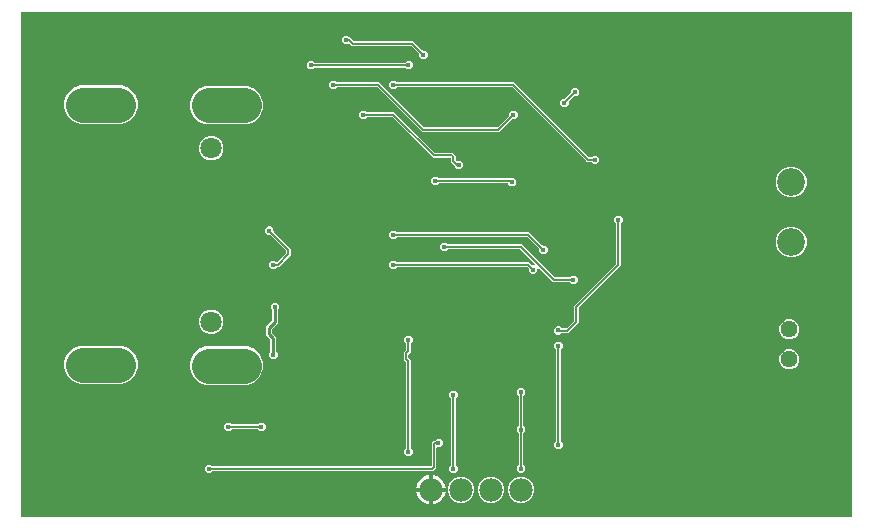
<source format=gbl>
G04 EAGLE Gerber RS-274X export*
G75*
%MOMM*%
%FSLAX34Y34*%
%LPD*%
%INBottom Copper*%
%IPPOS*%
%AMOC8*
5,1,8,0,0,1.08239X$1,22.5*%
G01*
%ADD10C,1.800000*%
%ADD11C,2.971800*%
%ADD12C,1.440000*%
%ADD13C,1.980000*%
%ADD14C,2.340000*%
%ADD15C,0.452400*%
%ADD16C,0.254000*%
%ADD17C,0.152400*%

G36*
X705158Y179804D02*
X705158Y179804D01*
X705177Y179802D01*
X705279Y179824D01*
X705381Y179840D01*
X705398Y179850D01*
X705418Y179854D01*
X705507Y179907D01*
X705598Y179956D01*
X705612Y179970D01*
X705629Y179980D01*
X705696Y180059D01*
X705768Y180134D01*
X705776Y180152D01*
X705789Y180167D01*
X705828Y180263D01*
X705871Y180357D01*
X705873Y180377D01*
X705881Y180395D01*
X705899Y180562D01*
X705899Y606738D01*
X705896Y606758D01*
X705898Y606777D01*
X705876Y606879D01*
X705860Y606981D01*
X705850Y606998D01*
X705846Y607018D01*
X705793Y607107D01*
X705744Y607198D01*
X705730Y607212D01*
X705720Y607229D01*
X705641Y607296D01*
X705566Y607368D01*
X705548Y607376D01*
X705533Y607389D01*
X705437Y607428D01*
X705343Y607471D01*
X705323Y607473D01*
X705305Y607481D01*
X705138Y607499D01*
X2762Y607499D01*
X2742Y607496D01*
X2723Y607498D01*
X2621Y607476D01*
X2519Y607460D01*
X2502Y607450D01*
X2482Y607446D01*
X2393Y607393D01*
X2302Y607344D01*
X2288Y607330D01*
X2271Y607320D01*
X2204Y607241D01*
X2132Y607166D01*
X2124Y607148D01*
X2111Y607133D01*
X2072Y607037D01*
X2029Y606943D01*
X2027Y606923D01*
X2019Y606905D01*
X2001Y606738D01*
X2001Y180562D01*
X2004Y180542D01*
X2002Y180523D01*
X2024Y180421D01*
X2040Y180319D01*
X2050Y180302D01*
X2054Y180282D01*
X2107Y180193D01*
X2156Y180102D01*
X2170Y180088D01*
X2180Y180071D01*
X2259Y180004D01*
X2334Y179932D01*
X2352Y179924D01*
X2367Y179911D01*
X2463Y179872D01*
X2557Y179829D01*
X2577Y179827D01*
X2595Y179819D01*
X2762Y179801D01*
X705138Y179801D01*
X705158Y179804D01*
G37*
%LPC*%
G36*
X51783Y513206D02*
X51783Y513206D01*
X45854Y515662D01*
X41317Y520199D01*
X38861Y526128D01*
X38861Y532544D01*
X41317Y538473D01*
X45854Y543010D01*
X51783Y545466D01*
X87917Y545466D01*
X93846Y543010D01*
X98383Y538473D01*
X100839Y532544D01*
X100839Y526128D01*
X98383Y520199D01*
X93846Y515662D01*
X87917Y513206D01*
X51783Y513206D01*
G37*
%LPD*%
%LPC*%
G36*
X157955Y512444D02*
X157955Y512444D01*
X152026Y514900D01*
X147489Y519437D01*
X145033Y525366D01*
X145033Y531782D01*
X147489Y537711D01*
X152026Y542248D01*
X157955Y544704D01*
X194089Y544704D01*
X200018Y542248D01*
X204555Y537711D01*
X207011Y531782D01*
X207011Y525366D01*
X204555Y519437D01*
X200018Y514900D01*
X194089Y512444D01*
X157955Y512444D01*
G37*
%LPD*%
%LPC*%
G36*
X157955Y292226D02*
X157955Y292226D01*
X152026Y294682D01*
X147489Y299219D01*
X145033Y305148D01*
X145033Y311564D01*
X147489Y317493D01*
X152026Y322030D01*
X157955Y324486D01*
X194089Y324486D01*
X200018Y322030D01*
X204555Y317493D01*
X207011Y311564D01*
X207011Y305148D01*
X204555Y299219D01*
X200018Y294682D01*
X194089Y292226D01*
X157955Y292226D01*
G37*
%LPD*%
%LPC*%
G36*
X51783Y292988D02*
X51783Y292988D01*
X45854Y295444D01*
X41317Y299981D01*
X38861Y305910D01*
X38861Y312326D01*
X41317Y318255D01*
X45854Y322792D01*
X51783Y325248D01*
X87917Y325248D01*
X93846Y322792D01*
X98383Y318255D01*
X100839Y312326D01*
X100839Y305910D01*
X98383Y299981D01*
X93846Y295444D01*
X87917Y292988D01*
X51783Y292988D01*
G37*
%LPD*%
%LPC*%
G36*
X468437Y377467D02*
X468437Y377467D01*
X467160Y378744D01*
X467086Y378797D01*
X467016Y378857D01*
X466986Y378869D01*
X466960Y378888D01*
X466873Y378915D01*
X466788Y378949D01*
X466747Y378953D01*
X466725Y378960D01*
X466693Y378959D01*
X466621Y378967D01*
X452548Y378967D01*
X440746Y390769D01*
X440688Y390811D01*
X440636Y390860D01*
X440589Y390882D01*
X440547Y390913D01*
X440478Y390934D01*
X440413Y390964D01*
X440361Y390970D01*
X440311Y390985D01*
X440240Y390983D01*
X440168Y390991D01*
X440118Y390980D01*
X440066Y390979D01*
X439998Y390954D01*
X439928Y390939D01*
X439883Y390912D01*
X439835Y390894D01*
X439778Y390849D01*
X439717Y390813D01*
X439683Y390773D01*
X439642Y390740D01*
X439604Y390680D01*
X439557Y390626D01*
X439538Y390577D01*
X439509Y390534D01*
X439492Y390464D01*
X439465Y390397D01*
X439457Y390326D01*
X439449Y390295D01*
X439451Y390272D01*
X439447Y390231D01*
X439447Y388123D01*
X437377Y386053D01*
X434451Y386053D01*
X432381Y388123D01*
X432381Y389929D01*
X432380Y389939D01*
X432380Y389945D01*
X432373Y389976D01*
X432366Y390019D01*
X432359Y390110D01*
X432347Y390140D01*
X432341Y390171D01*
X432299Y390252D01*
X432263Y390336D01*
X432237Y390368D01*
X432226Y390389D01*
X432203Y390411D01*
X432158Y390467D01*
X431181Y391444D01*
X431107Y391497D01*
X431038Y391557D01*
X431007Y391569D01*
X430981Y391588D01*
X430894Y391615D01*
X430809Y391649D01*
X430768Y391653D01*
X430746Y391660D01*
X430714Y391659D01*
X430643Y391667D01*
X320779Y391667D01*
X320689Y391653D01*
X320598Y391645D01*
X320568Y391633D01*
X320536Y391628D01*
X320455Y391585D01*
X320371Y391549D01*
X320339Y391523D01*
X320319Y391512D01*
X320296Y391489D01*
X320240Y391444D01*
X318963Y390167D01*
X316037Y390167D01*
X313967Y392237D01*
X313967Y395163D01*
X316037Y397233D01*
X318963Y397233D01*
X320240Y395956D01*
X320314Y395903D01*
X320384Y395843D01*
X320414Y395831D01*
X320440Y395812D01*
X320527Y395785D01*
X320612Y395751D01*
X320653Y395747D01*
X320675Y395740D01*
X320707Y395741D01*
X320779Y395733D01*
X432642Y395733D01*
X434056Y394319D01*
X435033Y393342D01*
X435107Y393289D01*
X435176Y393229D01*
X435207Y393217D01*
X435233Y393198D01*
X435320Y393171D01*
X435405Y393137D01*
X435445Y393133D01*
X435468Y393126D01*
X435500Y393127D01*
X435571Y393119D01*
X436559Y393119D01*
X436629Y393130D01*
X436701Y393132D01*
X436750Y393150D01*
X436801Y393159D01*
X436865Y393192D01*
X436932Y393217D01*
X436973Y393249D01*
X437019Y393274D01*
X437068Y393326D01*
X437124Y393370D01*
X437152Y393414D01*
X437188Y393452D01*
X437218Y393517D01*
X437257Y393577D01*
X437270Y393628D01*
X437292Y393675D01*
X437300Y393746D01*
X437317Y393816D01*
X437313Y393868D01*
X437319Y393919D01*
X437304Y393990D01*
X437298Y394061D01*
X437278Y394109D01*
X437267Y394160D01*
X437230Y394221D01*
X437202Y394287D01*
X437157Y394343D01*
X437140Y394371D01*
X437123Y394386D01*
X437097Y394418D01*
X424831Y406684D01*
X424757Y406737D01*
X424688Y406797D01*
X424657Y406809D01*
X424631Y406828D01*
X424544Y406855D01*
X424459Y406889D01*
X424418Y406893D01*
X424396Y406900D01*
X424364Y406899D01*
X424293Y406907D01*
X363959Y406907D01*
X363869Y406893D01*
X363778Y406885D01*
X363748Y406873D01*
X363716Y406868D01*
X363635Y406825D01*
X363551Y406789D01*
X363519Y406763D01*
X363499Y406752D01*
X363476Y406729D01*
X363420Y406684D01*
X362143Y405407D01*
X359217Y405407D01*
X357147Y407477D01*
X357147Y410403D01*
X359217Y412473D01*
X362143Y412473D01*
X363420Y411196D01*
X363494Y411143D01*
X363564Y411083D01*
X363594Y411071D01*
X363620Y411052D01*
X363707Y411025D01*
X363792Y410991D01*
X363833Y410987D01*
X363855Y410980D01*
X363887Y410981D01*
X363959Y410973D01*
X426292Y410973D01*
X454009Y383256D01*
X454083Y383203D01*
X454152Y383143D01*
X454183Y383131D01*
X454209Y383112D01*
X454296Y383085D01*
X454381Y383051D01*
X454422Y383047D01*
X454444Y383040D01*
X454476Y383041D01*
X454547Y383033D01*
X466621Y383033D01*
X466711Y383047D01*
X466802Y383055D01*
X466832Y383067D01*
X466864Y383072D01*
X466945Y383115D01*
X467029Y383151D01*
X467061Y383177D01*
X467081Y383188D01*
X467101Y383208D01*
X467103Y383209D01*
X467108Y383215D01*
X467160Y383256D01*
X468437Y384533D01*
X471363Y384533D01*
X473433Y382463D01*
X473433Y379537D01*
X471363Y377467D01*
X468437Y377467D01*
G37*
%LPD*%
%LPC*%
G36*
X159827Y217447D02*
X159827Y217447D01*
X157757Y219517D01*
X157757Y222443D01*
X159827Y224513D01*
X162753Y224513D01*
X164030Y223236D01*
X164104Y223183D01*
X164174Y223123D01*
X164204Y223111D01*
X164230Y223092D01*
X164317Y223065D01*
X164402Y223031D01*
X164443Y223027D01*
X164465Y223020D01*
X164497Y223021D01*
X164569Y223013D01*
X348996Y223013D01*
X349016Y223016D01*
X349035Y223014D01*
X349137Y223036D01*
X349239Y223052D01*
X349256Y223062D01*
X349276Y223066D01*
X349365Y223119D01*
X349456Y223168D01*
X349470Y223182D01*
X349487Y223192D01*
X349554Y223271D01*
X349626Y223346D01*
X349634Y223364D01*
X349647Y223379D01*
X349686Y223475D01*
X349729Y223569D01*
X349731Y223589D01*
X349739Y223607D01*
X349757Y223774D01*
X349757Y243412D01*
X350948Y244603D01*
X352321Y244603D01*
X352411Y244617D01*
X352502Y244625D01*
X352532Y244637D01*
X352564Y244642D01*
X352645Y244685D01*
X352729Y244721D01*
X352761Y244747D01*
X352781Y244758D01*
X352804Y244781D01*
X352860Y244826D01*
X354137Y246103D01*
X357063Y246103D01*
X359133Y244033D01*
X359133Y241107D01*
X357063Y239037D01*
X354584Y239037D01*
X354564Y239034D01*
X354545Y239036D01*
X354443Y239014D01*
X354341Y238998D01*
X354324Y238988D01*
X354304Y238984D01*
X354215Y238931D01*
X354124Y238882D01*
X354110Y238868D01*
X354093Y238858D01*
X354026Y238779D01*
X353954Y238704D01*
X353946Y238686D01*
X353933Y238671D01*
X353894Y238575D01*
X353851Y238481D01*
X353849Y238461D01*
X353841Y238443D01*
X353823Y238276D01*
X353823Y221408D01*
X351362Y218947D01*
X164569Y218947D01*
X164479Y218933D01*
X164388Y218925D01*
X164358Y218913D01*
X164326Y218908D01*
X164245Y218865D01*
X164161Y218829D01*
X164129Y218803D01*
X164109Y218792D01*
X164086Y218769D01*
X164030Y218724D01*
X162753Y217447D01*
X159827Y217447D01*
G37*
%LPD*%
%LPC*%
G36*
X486955Y479067D02*
X486955Y479067D01*
X485678Y480344D01*
X485604Y480397D01*
X485534Y480457D01*
X485504Y480469D01*
X485478Y480488D01*
X485391Y480515D01*
X485306Y480549D01*
X485265Y480553D01*
X485243Y480560D01*
X485211Y480559D01*
X485139Y480567D01*
X481758Y480567D01*
X418481Y543844D01*
X418407Y543897D01*
X418338Y543957D01*
X418307Y543969D01*
X418281Y543988D01*
X418194Y544015D01*
X418109Y544049D01*
X418068Y544053D01*
X418046Y544060D01*
X418014Y544059D01*
X417943Y544067D01*
X320779Y544067D01*
X320689Y544053D01*
X320598Y544045D01*
X320568Y544033D01*
X320536Y544028D01*
X320455Y543985D01*
X320371Y543949D01*
X320339Y543923D01*
X320319Y543912D01*
X320296Y543889D01*
X320240Y543844D01*
X318963Y542567D01*
X316037Y542567D01*
X313967Y544637D01*
X313967Y547563D01*
X316037Y549633D01*
X318963Y549633D01*
X320240Y548356D01*
X320314Y548303D01*
X320384Y548243D01*
X320414Y548231D01*
X320440Y548212D01*
X320527Y548185D01*
X320612Y548151D01*
X320653Y548147D01*
X320675Y548140D01*
X320707Y548141D01*
X320779Y548133D01*
X419942Y548133D01*
X483219Y484856D01*
X483293Y484803D01*
X483362Y484743D01*
X483393Y484731D01*
X483419Y484712D01*
X483506Y484685D01*
X483591Y484651D01*
X483632Y484647D01*
X483654Y484640D01*
X483686Y484641D01*
X483757Y484633D01*
X485139Y484633D01*
X485229Y484647D01*
X485320Y484655D01*
X485350Y484667D01*
X485382Y484672D01*
X485463Y484715D01*
X485547Y484751D01*
X485579Y484777D01*
X485599Y484788D01*
X485622Y484811D01*
X485678Y484856D01*
X486955Y486133D01*
X489881Y486133D01*
X491951Y484063D01*
X491951Y481137D01*
X489881Y479067D01*
X486955Y479067D01*
G37*
%LPD*%
%LPC*%
G36*
X342058Y505967D02*
X342058Y505967D01*
X304181Y543844D01*
X304107Y543897D01*
X304038Y543957D01*
X304007Y543969D01*
X303981Y543988D01*
X303894Y544015D01*
X303809Y544049D01*
X303768Y544053D01*
X303746Y544060D01*
X303714Y544059D01*
X303643Y544067D01*
X269979Y544067D01*
X269889Y544053D01*
X269798Y544045D01*
X269768Y544033D01*
X269736Y544028D01*
X269655Y543985D01*
X269571Y543949D01*
X269539Y543923D01*
X269519Y543912D01*
X269496Y543889D01*
X269440Y543844D01*
X268163Y542567D01*
X265237Y542567D01*
X263167Y544637D01*
X263167Y547563D01*
X265237Y549633D01*
X268163Y549633D01*
X269440Y548356D01*
X269514Y548303D01*
X269584Y548243D01*
X269614Y548231D01*
X269640Y548212D01*
X269727Y548185D01*
X269812Y548151D01*
X269853Y548147D01*
X269875Y548140D01*
X269907Y548141D01*
X269979Y548133D01*
X305642Y548133D01*
X343519Y510256D01*
X343593Y510203D01*
X343662Y510143D01*
X343693Y510131D01*
X343719Y510112D01*
X343806Y510085D01*
X343891Y510051D01*
X343932Y510047D01*
X343954Y510040D01*
X343986Y510041D01*
X344057Y510033D01*
X405243Y510033D01*
X405333Y510047D01*
X405424Y510055D01*
X405453Y510067D01*
X405485Y510072D01*
X405566Y510115D01*
X405650Y510151D01*
X405682Y510177D01*
X405703Y510188D01*
X405725Y510211D01*
X405781Y510256D01*
X415344Y519819D01*
X415397Y519893D01*
X415457Y519962D01*
X415469Y519993D01*
X415488Y520019D01*
X415515Y520106D01*
X415549Y520191D01*
X415553Y520232D01*
X415560Y520254D01*
X415559Y520286D01*
X415567Y520357D01*
X415567Y522163D01*
X417637Y524233D01*
X420563Y524233D01*
X422633Y522163D01*
X422633Y519237D01*
X420563Y517167D01*
X418757Y517167D01*
X418667Y517153D01*
X418576Y517145D01*
X418547Y517133D01*
X418515Y517128D01*
X418434Y517085D01*
X418350Y517049D01*
X418318Y517023D01*
X418297Y517012D01*
X418275Y516989D01*
X418219Y516944D01*
X407242Y505967D01*
X342058Y505967D01*
G37*
%LPD*%
%LPC*%
G36*
X443037Y402867D02*
X443037Y402867D01*
X440967Y404937D01*
X440967Y406743D01*
X440953Y406833D01*
X440945Y406924D01*
X440933Y406953D01*
X440928Y406985D01*
X440885Y407066D01*
X440849Y407150D01*
X440823Y407182D01*
X440812Y407203D01*
X440789Y407225D01*
X440744Y407281D01*
X431181Y416844D01*
X431107Y416897D01*
X431038Y416957D01*
X431007Y416969D01*
X430981Y416988D01*
X430894Y417015D01*
X430809Y417049D01*
X430768Y417053D01*
X430746Y417060D01*
X430714Y417059D01*
X430643Y417067D01*
X320779Y417067D01*
X320689Y417053D01*
X320598Y417045D01*
X320568Y417033D01*
X320536Y417028D01*
X320455Y416985D01*
X320371Y416949D01*
X320339Y416923D01*
X320319Y416912D01*
X320296Y416889D01*
X320240Y416844D01*
X318963Y415567D01*
X316037Y415567D01*
X313967Y417637D01*
X313967Y420563D01*
X316037Y422633D01*
X318963Y422633D01*
X320240Y421356D01*
X320314Y421303D01*
X320384Y421243D01*
X320414Y421231D01*
X320440Y421212D01*
X320527Y421185D01*
X320612Y421151D01*
X320653Y421147D01*
X320675Y421140D01*
X320707Y421141D01*
X320779Y421133D01*
X432642Y421133D01*
X443619Y410156D01*
X443693Y410103D01*
X443762Y410043D01*
X443793Y410031D01*
X443819Y410012D01*
X443906Y409985D01*
X443991Y409951D01*
X444032Y409947D01*
X444054Y409940D01*
X444086Y409941D01*
X444157Y409933D01*
X445963Y409933D01*
X448033Y407863D01*
X448033Y404937D01*
X445963Y402867D01*
X443037Y402867D01*
G37*
%LPD*%
%LPC*%
G36*
X455737Y334589D02*
X455737Y334589D01*
X453667Y336659D01*
X453667Y339585D01*
X455737Y341655D01*
X458663Y341655D01*
X460242Y340076D01*
X460316Y340023D01*
X460386Y339963D01*
X460416Y339951D01*
X460442Y339932D01*
X460529Y339905D01*
X460614Y339871D01*
X460655Y339867D01*
X460677Y339860D01*
X460709Y339861D01*
X460781Y339853D01*
X463663Y339853D01*
X463753Y339867D01*
X463844Y339875D01*
X463873Y339887D01*
X463905Y339892D01*
X463986Y339935D01*
X464070Y339971D01*
X464102Y339997D01*
X464123Y340008D01*
X464145Y340031D01*
X464201Y340076D01*
X470184Y346059D01*
X470237Y346133D01*
X470297Y346202D01*
X470309Y346233D01*
X470328Y346259D01*
X470355Y346346D01*
X470389Y346431D01*
X470393Y346472D01*
X470400Y346494D01*
X470399Y346526D01*
X470407Y346597D01*
X470407Y358982D01*
X505744Y394319D01*
X505797Y394393D01*
X505857Y394462D01*
X505869Y394493D01*
X505888Y394519D01*
X505915Y394606D01*
X505949Y394691D01*
X505953Y394732D01*
X505960Y394754D01*
X505959Y394786D01*
X505967Y394857D01*
X505967Y428521D01*
X505953Y428611D01*
X505945Y428702D01*
X505933Y428732D01*
X505928Y428764D01*
X505885Y428845D01*
X505849Y428929D01*
X505823Y428961D01*
X505812Y428982D01*
X505789Y429004D01*
X505744Y429060D01*
X504467Y430337D01*
X504467Y433263D01*
X506537Y435333D01*
X509463Y435333D01*
X511533Y433263D01*
X511533Y430337D01*
X510256Y429060D01*
X510203Y428986D01*
X510143Y428916D01*
X510131Y428886D01*
X510112Y428860D01*
X510085Y428773D01*
X510051Y428688D01*
X510047Y428647D01*
X510040Y428625D01*
X510041Y428593D01*
X510033Y428521D01*
X510033Y392858D01*
X474696Y357521D01*
X474643Y357447D01*
X474583Y357378D01*
X474571Y357347D01*
X474552Y357321D01*
X474525Y357234D01*
X474491Y357149D01*
X474487Y357108D01*
X474480Y357086D01*
X474481Y357054D01*
X474473Y356983D01*
X474473Y344598D01*
X465662Y335787D01*
X460177Y335787D01*
X460087Y335773D01*
X459996Y335765D01*
X459966Y335753D01*
X459934Y335748D01*
X459853Y335705D01*
X459769Y335669D01*
X459737Y335643D01*
X459716Y335632D01*
X459694Y335609D01*
X459638Y335564D01*
X458663Y334589D01*
X455737Y334589D01*
G37*
%LPD*%
%LPC*%
G36*
X651720Y450790D02*
X651720Y450790D01*
X646953Y452765D01*
X643304Y456414D01*
X641329Y461181D01*
X641329Y466341D01*
X643304Y471108D01*
X646953Y474757D01*
X651720Y476732D01*
X656880Y476732D01*
X661647Y474757D01*
X665296Y471108D01*
X667271Y466341D01*
X667271Y461181D01*
X665296Y456414D01*
X661647Y452765D01*
X656880Y450790D01*
X651720Y450790D01*
G37*
%LPD*%
%LPC*%
G36*
X651720Y399990D02*
X651720Y399990D01*
X646953Y401965D01*
X643304Y405614D01*
X641329Y410381D01*
X641329Y415541D01*
X643304Y420308D01*
X646953Y423957D01*
X651720Y425932D01*
X656880Y425932D01*
X661647Y423957D01*
X665296Y420308D01*
X667271Y415541D01*
X667271Y410381D01*
X665296Y405614D01*
X661647Y401965D01*
X656880Y399990D01*
X651720Y399990D01*
G37*
%LPD*%
%LPC*%
G36*
X371282Y474622D02*
X371282Y474622D01*
X369212Y476692D01*
X369212Y477228D01*
X369198Y477318D01*
X369190Y477409D01*
X369178Y477438D01*
X369173Y477470D01*
X369130Y477551D01*
X369094Y477635D01*
X369068Y477667D01*
X369057Y477688D01*
X369034Y477710D01*
X368989Y477766D01*
X366267Y480488D01*
X366267Y483616D01*
X366264Y483636D01*
X366266Y483655D01*
X366244Y483757D01*
X366228Y483859D01*
X366218Y483876D01*
X366214Y483896D01*
X366161Y483985D01*
X366112Y484076D01*
X366098Y484090D01*
X366088Y484107D01*
X366009Y484174D01*
X365934Y484246D01*
X365916Y484254D01*
X365901Y484267D01*
X365805Y484306D01*
X365711Y484349D01*
X365691Y484351D01*
X365673Y484359D01*
X365506Y484377D01*
X350948Y484377D01*
X316881Y518444D01*
X316807Y518497D01*
X316738Y518557D01*
X316707Y518569D01*
X316681Y518588D01*
X316594Y518615D01*
X316509Y518649D01*
X316468Y518653D01*
X316446Y518660D01*
X316414Y518659D01*
X316343Y518667D01*
X295379Y518667D01*
X295289Y518653D01*
X295198Y518645D01*
X295168Y518633D01*
X295136Y518628D01*
X295055Y518585D01*
X294971Y518549D01*
X294939Y518523D01*
X294919Y518512D01*
X294896Y518489D01*
X294840Y518444D01*
X293563Y517167D01*
X290637Y517167D01*
X288567Y519237D01*
X288567Y522163D01*
X290637Y524233D01*
X293563Y524233D01*
X294840Y522956D01*
X294914Y522903D01*
X294984Y522843D01*
X295014Y522831D01*
X295040Y522812D01*
X295127Y522785D01*
X295212Y522751D01*
X295253Y522747D01*
X295275Y522740D01*
X295307Y522741D01*
X295379Y522733D01*
X318342Y522733D01*
X352409Y488666D01*
X352483Y488613D01*
X352552Y488553D01*
X352583Y488541D01*
X352609Y488522D01*
X352696Y488495D01*
X352781Y488461D01*
X352822Y488457D01*
X352844Y488450D01*
X352876Y488451D01*
X352947Y488443D01*
X367872Y488443D01*
X370333Y485982D01*
X370333Y482487D01*
X370347Y482397D01*
X370355Y482306D01*
X370367Y482277D01*
X370372Y482245D01*
X370415Y482164D01*
X370451Y482080D01*
X370477Y482048D01*
X370488Y482027D01*
X370511Y482005D01*
X370556Y481949D01*
X370594Y481911D01*
X370661Y481863D01*
X370666Y481858D01*
X370670Y481856D01*
X370737Y481798D01*
X370768Y481786D01*
X370794Y481767D01*
X370881Y481740D01*
X370966Y481706D01*
X371007Y481702D01*
X371029Y481695D01*
X371061Y481696D01*
X371132Y481688D01*
X374208Y481688D01*
X376278Y479618D01*
X376278Y476692D01*
X374208Y474622D01*
X371282Y474622D01*
G37*
%LPD*%
%LPC*%
G36*
X328737Y231417D02*
X328737Y231417D01*
X326667Y233487D01*
X326667Y236413D01*
X327944Y237690D01*
X327997Y237764D01*
X328057Y237834D01*
X328069Y237864D01*
X328088Y237890D01*
X328115Y237977D01*
X328149Y238062D01*
X328153Y238103D01*
X328160Y238125D01*
X328159Y238157D01*
X328167Y238229D01*
X328167Y310655D01*
X328153Y310745D01*
X328145Y310836D01*
X328133Y310866D01*
X328128Y310897D01*
X328085Y310978D01*
X328049Y311062D01*
X328023Y311094D01*
X328012Y311115D01*
X327989Y311137D01*
X327944Y311193D01*
X326159Y312978D01*
X326159Y319482D01*
X327944Y321267D01*
X327997Y321341D01*
X328057Y321410D01*
X328069Y321441D01*
X328088Y321467D01*
X328115Y321554D01*
X328149Y321639D01*
X328153Y321679D01*
X328160Y321702D01*
X328159Y321734D01*
X328167Y321805D01*
X328167Y326921D01*
X328153Y327011D01*
X328145Y327102D01*
X328133Y327132D01*
X328128Y327164D01*
X328085Y327245D01*
X328049Y327329D01*
X328023Y327361D01*
X328012Y327381D01*
X327989Y327404D01*
X327944Y327460D01*
X326667Y328737D01*
X326667Y331663D01*
X328737Y333733D01*
X331663Y333733D01*
X333733Y331663D01*
X333733Y328737D01*
X332456Y327460D01*
X332403Y327386D01*
X332343Y327316D01*
X332331Y327286D01*
X332312Y327260D01*
X332285Y327173D01*
X332251Y327088D01*
X332247Y327047D01*
X332240Y327025D01*
X332241Y326993D01*
X332233Y326921D01*
X332233Y319806D01*
X330448Y318021D01*
X330395Y317947D01*
X330335Y317877D01*
X330323Y317847D01*
X330304Y317821D01*
X330277Y317734D01*
X330243Y317649D01*
X330239Y317608D01*
X330232Y317586D01*
X330233Y317554D01*
X330225Y317483D01*
X330225Y314977D01*
X330239Y314887D01*
X330247Y314796D01*
X330259Y314767D01*
X330264Y314735D01*
X330307Y314654D01*
X330343Y314570D01*
X330369Y314538D01*
X330380Y314517D01*
X330403Y314495D01*
X330448Y314439D01*
X332233Y312654D01*
X332233Y238229D01*
X332247Y238139D01*
X332255Y238048D01*
X332267Y238018D01*
X332272Y237986D01*
X332315Y237905D01*
X332351Y237821D01*
X332377Y237789D01*
X332388Y237769D01*
X332411Y237746D01*
X332456Y237690D01*
X333733Y236413D01*
X333733Y233487D01*
X331663Y231417D01*
X328737Y231417D01*
G37*
%LPD*%
%LPC*%
G36*
X423228Y192029D02*
X423228Y192029D01*
X419122Y193730D01*
X415980Y196872D01*
X414279Y200978D01*
X414279Y205422D01*
X415980Y209528D01*
X419122Y212670D01*
X423228Y214371D01*
X427672Y214371D01*
X431778Y212670D01*
X434920Y209528D01*
X436621Y205422D01*
X436621Y200978D01*
X434920Y196872D01*
X431778Y193730D01*
X427672Y192029D01*
X423228Y192029D01*
G37*
%LPD*%
%LPC*%
G36*
X397828Y192029D02*
X397828Y192029D01*
X393722Y193730D01*
X390580Y196872D01*
X388879Y200978D01*
X388879Y205422D01*
X390580Y209528D01*
X393722Y212670D01*
X397828Y214371D01*
X402272Y214371D01*
X406378Y212670D01*
X409520Y209528D01*
X411221Y205422D01*
X411221Y200978D01*
X409520Y196872D01*
X406378Y193730D01*
X402272Y192029D01*
X397828Y192029D01*
G37*
%LPD*%
%LPC*%
G36*
X372428Y192029D02*
X372428Y192029D01*
X368322Y193730D01*
X365180Y196872D01*
X363479Y200978D01*
X363479Y205422D01*
X365180Y209528D01*
X368322Y212670D01*
X372428Y214371D01*
X376872Y214371D01*
X380978Y212670D01*
X384120Y209528D01*
X385821Y205422D01*
X385821Y200978D01*
X384120Y196872D01*
X380978Y193730D01*
X376872Y192029D01*
X372428Y192029D01*
G37*
%LPD*%
%LPC*%
G36*
X455737Y237767D02*
X455737Y237767D01*
X453667Y239837D01*
X453667Y242763D01*
X454944Y244040D01*
X454997Y244114D01*
X455057Y244184D01*
X455069Y244214D01*
X455088Y244240D01*
X455115Y244327D01*
X455149Y244412D01*
X455153Y244453D01*
X455160Y244475D01*
X455159Y244507D01*
X455167Y244579D01*
X455167Y321841D01*
X455153Y321931D01*
X455145Y322022D01*
X455133Y322052D01*
X455128Y322084D01*
X455085Y322165D01*
X455049Y322249D01*
X455023Y322281D01*
X455012Y322301D01*
X454989Y322324D01*
X454944Y322380D01*
X453667Y323657D01*
X453667Y326583D01*
X455737Y328653D01*
X458663Y328653D01*
X460733Y326583D01*
X460733Y323657D01*
X459456Y322380D01*
X459403Y322306D01*
X459343Y322236D01*
X459331Y322206D01*
X459312Y322180D01*
X459285Y322093D01*
X459251Y322008D01*
X459247Y321967D01*
X459240Y321945D01*
X459241Y321913D01*
X459233Y321841D01*
X459233Y244579D01*
X459247Y244489D01*
X459255Y244398D01*
X459267Y244368D01*
X459272Y244336D01*
X459315Y244255D01*
X459351Y244171D01*
X459377Y244139D01*
X459388Y244119D01*
X459411Y244096D01*
X459456Y244040D01*
X460733Y242763D01*
X460733Y239837D01*
X458663Y237767D01*
X455737Y237767D01*
G37*
%LPD*%
%LPC*%
G36*
X246187Y559077D02*
X246187Y559077D01*
X244117Y561147D01*
X244117Y564073D01*
X246187Y566143D01*
X249113Y566143D01*
X250390Y564866D01*
X250464Y564813D01*
X250534Y564753D01*
X250564Y564741D01*
X250590Y564722D01*
X250677Y564695D01*
X250762Y564661D01*
X250803Y564657D01*
X250825Y564650D01*
X250857Y564651D01*
X250929Y564643D01*
X326921Y564643D01*
X327011Y564657D01*
X327102Y564665D01*
X327132Y564677D01*
X327164Y564682D01*
X327245Y564725D01*
X327329Y564761D01*
X327361Y564787D01*
X327381Y564798D01*
X327404Y564821D01*
X327460Y564866D01*
X328737Y566143D01*
X331663Y566143D01*
X333733Y564073D01*
X333733Y561147D01*
X331663Y559077D01*
X328737Y559077D01*
X327460Y560354D01*
X327386Y560407D01*
X327316Y560467D01*
X327286Y560479D01*
X327260Y560498D01*
X327173Y560525D01*
X327088Y560559D01*
X327047Y560563D01*
X327025Y560570D01*
X326993Y560569D01*
X326921Y560577D01*
X250929Y560577D01*
X250839Y560563D01*
X250748Y560555D01*
X250718Y560543D01*
X250686Y560538D01*
X250605Y560495D01*
X250521Y560459D01*
X250489Y560433D01*
X250469Y560422D01*
X250446Y560399D01*
X250390Y560354D01*
X249113Y559077D01*
X246187Y559077D01*
G37*
%LPD*%
%LPC*%
G36*
X341437Y567967D02*
X341437Y567967D01*
X339367Y570037D01*
X339367Y571843D01*
X339363Y571870D01*
X339364Y571884D01*
X339352Y571942D01*
X339345Y572024D01*
X339333Y572053D01*
X339328Y572085D01*
X339316Y572108D01*
X339312Y572124D01*
X339279Y572180D01*
X339249Y572250D01*
X339223Y572282D01*
X339212Y572303D01*
X339196Y572318D01*
X339186Y572335D01*
X339169Y572350D01*
X339144Y572381D01*
X332859Y578666D01*
X332785Y578719D01*
X332716Y578779D01*
X332685Y578791D01*
X332659Y578810D01*
X332572Y578837D01*
X332487Y578871D01*
X332446Y578875D01*
X332424Y578882D01*
X332392Y578881D01*
X332321Y578889D01*
X282498Y578889D01*
X280211Y581176D01*
X280195Y581188D01*
X280182Y581204D01*
X280095Y581260D01*
X280011Y581320D01*
X279992Y581326D01*
X279975Y581337D01*
X279875Y581362D01*
X279776Y581392D01*
X279756Y581392D01*
X279737Y581397D01*
X279634Y581389D01*
X279530Y581386D01*
X279511Y581379D01*
X279492Y581377D01*
X279397Y581337D01*
X279299Y581301D01*
X279284Y581289D01*
X279265Y581281D01*
X279134Y581176D01*
X278625Y580667D01*
X275699Y580667D01*
X273629Y582737D01*
X273629Y585663D01*
X275699Y587733D01*
X278625Y587733D01*
X279902Y586456D01*
X279976Y586403D01*
X280046Y586343D01*
X280076Y586331D01*
X280102Y586312D01*
X280189Y586285D01*
X280274Y586251D01*
X280315Y586247D01*
X280337Y586240D01*
X280369Y586241D01*
X280441Y586233D01*
X280904Y586233D01*
X283959Y583178D01*
X284033Y583125D01*
X284103Y583065D01*
X284133Y583053D01*
X284159Y583034D01*
X284246Y583007D01*
X284331Y582973D01*
X284372Y582969D01*
X284394Y582962D01*
X284426Y582963D01*
X284497Y582955D01*
X334320Y582955D01*
X342019Y575256D01*
X342093Y575203D01*
X342162Y575143D01*
X342193Y575131D01*
X342219Y575112D01*
X342306Y575085D01*
X342391Y575051D01*
X342432Y575047D01*
X342454Y575040D01*
X342486Y575041D01*
X342557Y575033D01*
X344363Y575033D01*
X346433Y572963D01*
X346433Y570037D01*
X344363Y567967D01*
X341437Y567967D01*
G37*
%LPD*%
%LPC*%
G36*
X161279Y481981D02*
X161279Y481981D01*
X157504Y483545D01*
X154615Y486434D01*
X153051Y490209D01*
X153051Y494295D01*
X154615Y498070D01*
X157504Y500959D01*
X161279Y502523D01*
X165365Y502523D01*
X169140Y500959D01*
X172029Y498070D01*
X173593Y494295D01*
X173593Y490209D01*
X172029Y486434D01*
X169140Y483545D01*
X165365Y481981D01*
X161279Y481981D01*
G37*
%LPD*%
%LPC*%
G36*
X161279Y335169D02*
X161279Y335169D01*
X157504Y336733D01*
X154615Y339622D01*
X153051Y343397D01*
X153051Y347483D01*
X154615Y351258D01*
X157504Y354147D01*
X161279Y355711D01*
X165365Y355711D01*
X169140Y354147D01*
X172029Y351258D01*
X173593Y347483D01*
X173593Y343397D01*
X172029Y339622D01*
X169140Y336733D01*
X165365Y335169D01*
X161279Y335169D01*
G37*
%LPD*%
%LPC*%
G36*
X423987Y217447D02*
X423987Y217447D01*
X421917Y219517D01*
X421917Y222443D01*
X423194Y223720D01*
X423247Y223794D01*
X423307Y223864D01*
X423319Y223894D01*
X423338Y223920D01*
X423365Y224007D01*
X423399Y224092D01*
X423403Y224133D01*
X423410Y224155D01*
X423409Y224187D01*
X423417Y224259D01*
X423417Y250721D01*
X423403Y250811D01*
X423395Y250902D01*
X423383Y250932D01*
X423378Y250964D01*
X423335Y251045D01*
X423299Y251129D01*
X423273Y251161D01*
X423262Y251181D01*
X423239Y251204D01*
X423194Y251260D01*
X421917Y252537D01*
X421917Y255463D01*
X423194Y256740D01*
X423247Y256814D01*
X423307Y256884D01*
X423319Y256914D01*
X423338Y256940D01*
X423365Y257027D01*
X423399Y257112D01*
X423403Y257153D01*
X423410Y257175D01*
X423409Y257207D01*
X423417Y257279D01*
X423417Y282471D01*
X423403Y282561D01*
X423395Y282652D01*
X423383Y282682D01*
X423378Y282714D01*
X423335Y282795D01*
X423299Y282879D01*
X423273Y282911D01*
X423262Y282931D01*
X423239Y282954D01*
X423194Y283010D01*
X421917Y284287D01*
X421917Y287213D01*
X423987Y289283D01*
X426913Y289283D01*
X428983Y287213D01*
X428983Y284287D01*
X427706Y283010D01*
X427653Y282936D01*
X427593Y282866D01*
X427581Y282836D01*
X427562Y282810D01*
X427535Y282723D01*
X427501Y282638D01*
X427497Y282597D01*
X427490Y282575D01*
X427491Y282543D01*
X427483Y282471D01*
X427483Y257279D01*
X427497Y257189D01*
X427505Y257098D01*
X427517Y257068D01*
X427522Y257036D01*
X427565Y256955D01*
X427601Y256871D01*
X427627Y256839D01*
X427638Y256819D01*
X427661Y256796D01*
X427706Y256740D01*
X428983Y255463D01*
X428983Y252537D01*
X427706Y251260D01*
X427653Y251186D01*
X427593Y251116D01*
X427581Y251086D01*
X427562Y251060D01*
X427535Y250973D01*
X427501Y250888D01*
X427497Y250847D01*
X427490Y250825D01*
X427491Y250793D01*
X427483Y250721D01*
X427483Y224259D01*
X427497Y224169D01*
X427505Y224078D01*
X427517Y224048D01*
X427522Y224016D01*
X427565Y223935D01*
X427601Y223851D01*
X427627Y223819D01*
X427638Y223799D01*
X427661Y223776D01*
X427706Y223720D01*
X428983Y222443D01*
X428983Y219517D01*
X426913Y217447D01*
X423987Y217447D01*
G37*
%LPD*%
%LPC*%
G36*
X416367Y460017D02*
X416367Y460017D01*
X414290Y462094D01*
X414274Y462167D01*
X414258Y462269D01*
X414248Y462286D01*
X414244Y462306D01*
X414191Y462395D01*
X414142Y462486D01*
X414128Y462500D01*
X414118Y462517D01*
X414039Y462584D01*
X413964Y462656D01*
X413946Y462664D01*
X413931Y462677D01*
X413835Y462716D01*
X413741Y462759D01*
X413721Y462761D01*
X413703Y462769D01*
X413536Y462787D01*
X356339Y462787D01*
X356249Y462773D01*
X356158Y462765D01*
X356128Y462753D01*
X356096Y462748D01*
X356015Y462705D01*
X355931Y462669D01*
X355899Y462643D01*
X355879Y462632D01*
X355856Y462609D01*
X355800Y462564D01*
X354523Y461287D01*
X351597Y461287D01*
X349527Y463357D01*
X349527Y466283D01*
X351597Y468353D01*
X354523Y468353D01*
X355800Y467076D01*
X355874Y467023D01*
X355944Y466963D01*
X355974Y466951D01*
X356000Y466932D01*
X356087Y466905D01*
X356172Y466871D01*
X356213Y466867D01*
X356235Y466860D01*
X356267Y466861D01*
X356339Y466853D01*
X415821Y466853D01*
X415911Y466867D01*
X416002Y466875D01*
X416032Y466887D01*
X416064Y466892D01*
X416145Y466935D01*
X416229Y466971D01*
X416261Y466997D01*
X416281Y467008D01*
X416304Y467031D01*
X416360Y467076D01*
X416367Y467083D01*
X419293Y467083D01*
X421363Y465013D01*
X421363Y462087D01*
X419293Y460017D01*
X416367Y460017D01*
G37*
%LPD*%
%LPC*%
G36*
X366837Y217447D02*
X366837Y217447D01*
X364767Y219517D01*
X364767Y222443D01*
X366044Y223720D01*
X366097Y223794D01*
X366157Y223864D01*
X366169Y223894D01*
X366188Y223920D01*
X366215Y224007D01*
X366249Y224092D01*
X366253Y224133D01*
X366260Y224155D01*
X366259Y224187D01*
X366267Y224259D01*
X366267Y279931D01*
X366253Y280021D01*
X366245Y280112D01*
X366233Y280142D01*
X366228Y280174D01*
X366185Y280255D01*
X366149Y280339D01*
X366123Y280371D01*
X366112Y280391D01*
X366089Y280414D01*
X366044Y280470D01*
X364767Y281747D01*
X364767Y284673D01*
X366837Y286743D01*
X369763Y286743D01*
X371833Y284673D01*
X371833Y281747D01*
X370556Y280470D01*
X370503Y280396D01*
X370443Y280326D01*
X370431Y280296D01*
X370412Y280270D01*
X370385Y280183D01*
X370351Y280098D01*
X370347Y280057D01*
X370340Y280035D01*
X370341Y280003D01*
X370333Y279931D01*
X370333Y224259D01*
X370347Y224169D01*
X370355Y224078D01*
X370367Y224048D01*
X370372Y224016D01*
X370415Y223935D01*
X370451Y223851D01*
X370477Y223819D01*
X370488Y223799D01*
X370511Y223776D01*
X370556Y223720D01*
X371833Y222443D01*
X371833Y219517D01*
X369763Y217447D01*
X366837Y217447D01*
G37*
%LPD*%
%LPC*%
G36*
X214437Y313967D02*
X214437Y313967D01*
X212367Y316037D01*
X212367Y318963D01*
X213136Y319732D01*
X213189Y319806D01*
X213249Y319876D01*
X213261Y319906D01*
X213280Y319932D01*
X213307Y320019D01*
X213341Y320104D01*
X213345Y320145D01*
X213352Y320167D01*
X213351Y320199D01*
X213359Y320271D01*
X213359Y330046D01*
X213345Y330136D01*
X213337Y330227D01*
X213325Y330257D01*
X213320Y330289D01*
X213277Y330369D01*
X213241Y330453D01*
X213215Y330485D01*
X213204Y330506D01*
X213181Y330528D01*
X213136Y330584D01*
X209573Y334147D01*
X209573Y341493D01*
X214406Y346326D01*
X214459Y346400D01*
X214519Y346469D01*
X214531Y346499D01*
X214550Y346526D01*
X214577Y346613D01*
X214611Y346697D01*
X214615Y346738D01*
X214622Y346761D01*
X214621Y346793D01*
X214629Y346864D01*
X214629Y355369D01*
X214615Y355459D01*
X214607Y355550D01*
X214595Y355580D01*
X214590Y355612D01*
X214547Y355693D01*
X214511Y355777D01*
X214485Y355809D01*
X214474Y355829D01*
X214451Y355852D01*
X214406Y355908D01*
X213637Y356677D01*
X213637Y359603D01*
X215707Y361673D01*
X218633Y361673D01*
X220703Y359603D01*
X220703Y356677D01*
X219934Y355908D01*
X219881Y355834D01*
X219821Y355764D01*
X219809Y355734D01*
X219790Y355708D01*
X219763Y355621D01*
X219729Y355536D01*
X219725Y355495D01*
X219718Y355473D01*
X219719Y355441D01*
X219711Y355369D01*
X219711Y344444D01*
X214878Y339611D01*
X214825Y339537D01*
X214765Y339468D01*
X214753Y339437D01*
X214734Y339411D01*
X214707Y339324D01*
X214673Y339239D01*
X214669Y339198D01*
X214662Y339176D01*
X214663Y339144D01*
X214655Y339073D01*
X214655Y336567D01*
X214669Y336477D01*
X214677Y336386D01*
X214689Y336357D01*
X214694Y336325D01*
X214737Y336244D01*
X214773Y336160D01*
X214799Y336128D01*
X214810Y336107D01*
X214833Y336085D01*
X214878Y336029D01*
X218441Y332466D01*
X218441Y320271D01*
X218455Y320181D01*
X218463Y320090D01*
X218475Y320060D01*
X218480Y320028D01*
X218523Y319947D01*
X218559Y319863D01*
X218585Y319831D01*
X218596Y319811D01*
X218619Y319788D01*
X218664Y319732D01*
X219433Y318963D01*
X219433Y316037D01*
X217363Y313967D01*
X214437Y313967D01*
G37*
%LPD*%
%LPC*%
G36*
X214437Y390167D02*
X214437Y390167D01*
X212367Y392237D01*
X212367Y395163D01*
X214437Y397233D01*
X217363Y397233D01*
X218327Y396269D01*
X218344Y396257D01*
X218356Y396241D01*
X218443Y396185D01*
X218527Y396125D01*
X218546Y396119D01*
X218563Y396108D01*
X218663Y396083D01*
X218762Y396053D01*
X218782Y396053D01*
X218801Y396048D01*
X218904Y396056D01*
X219008Y396059D01*
X219027Y396066D01*
X219047Y396068D01*
X219141Y396108D01*
X219239Y396144D01*
X219255Y396156D01*
X219273Y396164D01*
X219404Y396269D01*
X226344Y403209D01*
X226397Y403283D01*
X226457Y403352D01*
X226469Y403383D01*
X226488Y403409D01*
X226515Y403496D01*
X226549Y403581D01*
X226553Y403622D01*
X226560Y403644D01*
X226559Y403676D01*
X226567Y403747D01*
X226567Y405243D01*
X226553Y405333D01*
X226545Y405424D01*
X226533Y405453D01*
X226528Y405485D01*
X226485Y405566D01*
X226449Y405650D01*
X226423Y405682D01*
X226412Y405703D01*
X226389Y405725D01*
X226344Y405781D01*
X213302Y418823D01*
X213228Y418876D01*
X213159Y418936D01*
X213128Y418948D01*
X213102Y418967D01*
X213015Y418994D01*
X212930Y419028D01*
X212889Y419032D01*
X212867Y419039D01*
X212835Y419038D01*
X212764Y419046D01*
X210958Y419046D01*
X208888Y421116D01*
X208888Y424042D01*
X210958Y426112D01*
X213884Y426112D01*
X215954Y424042D01*
X215954Y422236D01*
X215969Y422146D01*
X215976Y422055D01*
X215988Y422026D01*
X215994Y421994D01*
X216036Y421913D01*
X216072Y421829D01*
X216098Y421797D01*
X216109Y421776D01*
X216132Y421754D01*
X216177Y421698D01*
X230633Y407242D01*
X230633Y401748D01*
X220552Y391667D01*
X219179Y391667D01*
X219089Y391653D01*
X218998Y391645D01*
X218968Y391633D01*
X218936Y391628D01*
X218855Y391585D01*
X218771Y391549D01*
X218739Y391523D01*
X218719Y391512D01*
X218696Y391489D01*
X218640Y391444D01*
X217363Y390167D01*
X214437Y390167D01*
G37*
%LPD*%
%LPC*%
G36*
X651095Y305219D02*
X651095Y305219D01*
X647982Y306509D01*
X645599Y308892D01*
X644309Y312005D01*
X644309Y315375D01*
X645599Y318488D01*
X647982Y320871D01*
X651095Y322161D01*
X654465Y322161D01*
X657578Y320871D01*
X659961Y318488D01*
X661251Y315375D01*
X661251Y312005D01*
X659961Y308892D01*
X657578Y306509D01*
X654465Y305219D01*
X651095Y305219D01*
G37*
%LPD*%
%LPC*%
G36*
X651095Y330619D02*
X651095Y330619D01*
X647982Y331909D01*
X645599Y334292D01*
X644309Y337405D01*
X644309Y340775D01*
X645599Y343888D01*
X647982Y346271D01*
X651095Y347561D01*
X654465Y347561D01*
X657578Y346271D01*
X659961Y343888D01*
X661251Y340775D01*
X661251Y337405D01*
X659961Y334292D01*
X657578Y331909D01*
X654465Y330619D01*
X651095Y330619D01*
G37*
%LPD*%
%LPC*%
G36*
X176337Y253007D02*
X176337Y253007D01*
X174267Y255077D01*
X174267Y258003D01*
X176337Y260073D01*
X179263Y260073D01*
X180540Y258796D01*
X180614Y258743D01*
X180684Y258683D01*
X180714Y258671D01*
X180740Y258652D01*
X180827Y258625D01*
X180912Y258591D01*
X180953Y258587D01*
X180975Y258580D01*
X181007Y258581D01*
X181079Y258573D01*
X202461Y258573D01*
X202551Y258587D01*
X202642Y258595D01*
X202672Y258607D01*
X202704Y258612D01*
X202785Y258655D01*
X202869Y258691D01*
X202901Y258717D01*
X202921Y258728D01*
X202944Y258751D01*
X203000Y258796D01*
X204277Y260073D01*
X207203Y260073D01*
X209273Y258003D01*
X209273Y255077D01*
X207203Y253007D01*
X204277Y253007D01*
X203000Y254284D01*
X202926Y254337D01*
X202856Y254397D01*
X202826Y254409D01*
X202800Y254428D01*
X202713Y254455D01*
X202628Y254489D01*
X202587Y254493D01*
X202565Y254500D01*
X202533Y254499D01*
X202461Y254507D01*
X181079Y254507D01*
X180989Y254493D01*
X180898Y254485D01*
X180868Y254473D01*
X180836Y254468D01*
X180755Y254425D01*
X180671Y254389D01*
X180639Y254363D01*
X180619Y254352D01*
X180596Y254329D01*
X180540Y254284D01*
X179263Y253007D01*
X176337Y253007D01*
G37*
%LPD*%
%LPC*%
G36*
X460817Y527327D02*
X460817Y527327D01*
X458747Y529397D01*
X458747Y532323D01*
X460817Y534393D01*
X462623Y534393D01*
X462713Y534407D01*
X462804Y534415D01*
X462833Y534427D01*
X462865Y534432D01*
X462946Y534475D01*
X463030Y534511D01*
X463062Y534537D01*
X463083Y534548D01*
X463105Y534571D01*
X463161Y534616D01*
X467718Y539173D01*
X467771Y539247D01*
X467831Y539316D01*
X467843Y539347D01*
X467862Y539373D01*
X467889Y539460D01*
X467923Y539545D01*
X467927Y539586D01*
X467934Y539608D01*
X467933Y539640D01*
X467941Y539711D01*
X467941Y541517D01*
X470011Y543587D01*
X472937Y543587D01*
X475007Y541517D01*
X475007Y538591D01*
X472937Y536521D01*
X471131Y536521D01*
X471041Y536506D01*
X470950Y536499D01*
X470921Y536487D01*
X470889Y536481D01*
X470808Y536439D01*
X470724Y536403D01*
X470692Y536377D01*
X470671Y536366D01*
X470649Y536343D01*
X470593Y536298D01*
X466036Y531741D01*
X465983Y531667D01*
X465923Y531598D01*
X465911Y531567D01*
X465892Y531541D01*
X465865Y531454D01*
X465831Y531369D01*
X465827Y531328D01*
X465820Y531306D01*
X465821Y531274D01*
X465813Y531203D01*
X465813Y529397D01*
X463743Y527327D01*
X460817Y527327D01*
G37*
%LPD*%
%LPC*%
G36*
X350773Y204723D02*
X350773Y204723D01*
X350773Y215555D01*
X352163Y215334D01*
X354026Y214729D01*
X355770Y213840D01*
X357355Y212689D01*
X358739Y211305D01*
X359890Y209720D01*
X360779Y207976D01*
X361384Y206113D01*
X361605Y204723D01*
X350773Y204723D01*
G37*
%LPD*%
%LPC*%
G36*
X336895Y204723D02*
X336895Y204723D01*
X337116Y206113D01*
X337721Y207976D01*
X338610Y209720D01*
X339761Y211305D01*
X341145Y212689D01*
X342730Y213840D01*
X344474Y214729D01*
X346337Y215334D01*
X347727Y215555D01*
X347727Y204723D01*
X336895Y204723D01*
G37*
%LPD*%
%LPC*%
G36*
X350773Y201677D02*
X350773Y201677D01*
X361605Y201677D01*
X361384Y200287D01*
X360779Y198424D01*
X359890Y196680D01*
X358739Y195095D01*
X357355Y193711D01*
X355770Y192560D01*
X354026Y191671D01*
X352163Y191066D01*
X350773Y190845D01*
X350773Y201677D01*
G37*
%LPD*%
%LPC*%
G36*
X346337Y191066D02*
X346337Y191066D01*
X344474Y191671D01*
X342730Y192560D01*
X341145Y193711D01*
X339761Y195095D01*
X338610Y196680D01*
X337721Y198424D01*
X337116Y200287D01*
X336895Y201677D01*
X347727Y201677D01*
X347727Y190845D01*
X346337Y191066D01*
G37*
%LPD*%
%LPC*%
G36*
X349249Y203199D02*
X349249Y203199D01*
X349249Y203201D01*
X349251Y203201D01*
X349251Y203199D01*
X349249Y203199D01*
G37*
%LPD*%
D10*
X163322Y492252D03*
X163322Y345440D03*
D11*
X161163Y528574D02*
X190881Y528574D01*
X190881Y308356D02*
X161163Y308356D01*
X84709Y309118D02*
X54991Y309118D01*
X54991Y529336D02*
X84709Y529336D01*
D12*
X652780Y313690D03*
X652780Y339090D03*
D13*
X425450Y203200D03*
X400050Y203200D03*
X374650Y203200D03*
X349250Y203200D03*
D14*
X654300Y463761D03*
X654300Y412961D03*
D15*
X217170Y358140D03*
X215900Y317500D03*
D16*
X212114Y335200D02*
X212114Y340440D01*
X217170Y345496D02*
X217170Y358140D01*
X217170Y345496D02*
X212114Y340440D01*
X212114Y335200D02*
X215900Y331414D01*
X215900Y317500D01*
D15*
X277162Y584200D03*
D17*
X280062Y584200D01*
X283340Y580922D01*
X333478Y580922D02*
X342900Y571500D01*
X333478Y580922D02*
X283340Y580922D01*
D15*
X342900Y571500D03*
X54610Y591820D03*
X266700Y584200D03*
X285750Y586740D03*
X298450Y586740D03*
X254000Y486410D03*
X394970Y566420D03*
X394970Y533400D03*
X219710Y500380D03*
X218440Y450850D03*
X218440Y374650D03*
X218440Y337820D03*
X584200Y368300D03*
X586740Y316230D03*
X511810Y383540D03*
X511810Y300990D03*
X302260Y314960D03*
X302260Y281940D03*
X302260Y245110D03*
X302260Y199390D03*
X232410Y229870D03*
X171450Y203200D03*
X372110Y400050D03*
X457200Y346710D03*
X417830Y279400D03*
X334010Y316230D03*
X86360Y261620D03*
X212421Y422579D03*
D17*
X228600Y406400D01*
X228600Y402590D01*
X219710Y393700D02*
X215900Y393700D01*
D15*
X215900Y393700D03*
D17*
X219710Y393700D02*
X228600Y402590D01*
D15*
X469900Y381000D03*
D17*
X453390Y381000D01*
X425450Y408940D02*
X360680Y408940D01*
X425450Y408940D02*
X453390Y381000D01*
D15*
X425450Y220980D03*
X425450Y285750D03*
D17*
X425450Y254000D02*
X425450Y220980D01*
X425450Y254000D02*
X425450Y285750D01*
D15*
X360680Y408940D03*
X247650Y562610D03*
X330200Y562610D03*
D17*
X247650Y562610D01*
D15*
X425450Y254000D03*
X177800Y256540D03*
D17*
X205740Y256540D01*
D15*
X205740Y256540D03*
X266700Y546100D03*
D17*
X304800Y546100D01*
X342900Y508000D01*
X406400Y508000D02*
X419100Y520700D01*
D15*
X419100Y520700D03*
D17*
X406400Y508000D02*
X342900Y508000D01*
D15*
X330200Y330200D03*
D17*
X330200Y320648D01*
X328192Y318640D01*
X328192Y313820D01*
X330200Y311812D01*
X330200Y234950D01*
D15*
X330200Y234950D03*
X368300Y220980D03*
D17*
X368300Y283210D01*
D15*
X368300Y283210D03*
X508000Y431800D03*
D17*
X508000Y393700D01*
X457200Y338122D02*
X457502Y337820D01*
D15*
X457200Y338122D03*
D17*
X472440Y358140D02*
X508000Y393700D01*
X472440Y358140D02*
X472440Y345440D01*
X464820Y337820D01*
X457502Y337820D01*
D15*
X161290Y220980D03*
D17*
X350520Y220980D01*
X351790Y222250D01*
X351790Y242570D01*
X355600Y242570D01*
D15*
X355600Y242570D03*
X457200Y241300D03*
D17*
X457200Y325120D01*
D15*
X457200Y325120D03*
X317500Y546100D03*
D17*
X419100Y546100D01*
X482600Y482600D01*
X488418Y482600D01*
D15*
X488418Y482600D03*
X353060Y464820D03*
D17*
X417830Y464820D01*
X417830Y463550D01*
D15*
X417830Y463550D03*
X292100Y520700D03*
D17*
X317500Y520700D01*
X351790Y486410D02*
X367030Y486410D01*
X368300Y485140D01*
X368300Y481330D02*
X372110Y477520D01*
X372745Y478155D01*
D15*
X372745Y478155D03*
D17*
X351790Y486410D02*
X317500Y520700D01*
X368300Y485140D02*
X368300Y481330D01*
D15*
X317500Y393700D03*
D17*
X431800Y393700D02*
X435914Y389586D01*
D15*
X435914Y389586D03*
D17*
X431800Y393700D02*
X317500Y393700D01*
D15*
X317500Y419100D03*
D17*
X431800Y419100D01*
X444500Y406400D01*
D15*
X444500Y406400D03*
X471474Y540054D03*
D17*
X462280Y530860D01*
D15*
X462280Y530860D03*
M02*

</source>
